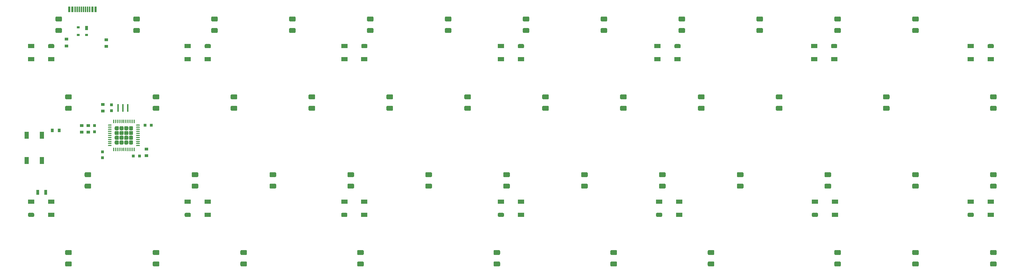
<source format=gbr>
%TF.GenerationSoftware,KiCad,Pcbnew,(5.1.11)-1*%
%TF.CreationDate,2022-08-16T19:25:20+07:00*%
%TF.ProjectId,Konpeko60,4b6f6e70-656b-46f3-9630-2e6b69636164,rev?*%
%TF.SameCoordinates,Original*%
%TF.FileFunction,Paste,Bot*%
%TF.FilePolarity,Positive*%
%FSLAX46Y46*%
G04 Gerber Fmt 4.6, Leading zero omitted, Abs format (unit mm)*
G04 Created by KiCad (PCBNEW (5.1.11)-1) date 2022-08-16 19:25:20*
%MOMM*%
%LPD*%
G01*
G04 APERTURE LIST*
%ADD10R,0.800000X0.950000*%
%ADD11R,0.700000X1.000000*%
%ADD12R,0.700000X0.600000*%
%ADD13R,0.600000X1.450000*%
%ADD14R,0.300000X1.450000*%
%ADD15R,0.950000X0.800000*%
%ADD16R,0.700000X1.300000*%
%ADD17R,1.100000X1.800000*%
%ADD18R,1.500000X1.000000*%
%ADD19R,0.400000X1.900000*%
%ADD20R,0.800000X0.750000*%
%ADD21R,0.750000X0.800000*%
G04 APERTURE END LIST*
D10*
%TO.C,R8*%
X53212500Y-73818750D03*
X51562500Y-73818750D03*
%TD*%
D11*
%TO.C,U2*%
X59896250Y-48730750D03*
D12*
X57896250Y-48530750D03*
X59896250Y-50430750D03*
X57896250Y-50430750D03*
%TD*%
D13*
%TO.C,USB1*%
X62121250Y-44175750D03*
X55671250Y-44175750D03*
X61346250Y-44175750D03*
X56446250Y-44175750D03*
D14*
X57146250Y-44175750D03*
X60646250Y-44175750D03*
X57646250Y-44175750D03*
X60146250Y-44175750D03*
X58146250Y-44175750D03*
X59646250Y-44175750D03*
X59146250Y-44175750D03*
X58646250Y-44175750D03*
%TD*%
D15*
%TO.C,R7*%
X64754125Y-51594250D03*
X64754125Y-53244250D03*
%TD*%
%TO.C,R6*%
X55038625Y-51467250D03*
X55038625Y-53117250D03*
%TD*%
D16*
%TO.C,R5*%
X49892625Y-88931750D03*
X47992625Y-88931750D03*
%TD*%
D15*
%TO.C,R2*%
X60350000Y-72575000D03*
X60350000Y-74225000D03*
%TD*%
%TO.C,R3*%
X58750000Y-74225000D03*
X58750000Y-72575000D03*
%TD*%
D17*
%TO.C,SW1*%
X45265625Y-74968750D03*
X48965625Y-81168750D03*
X48965625Y-74968750D03*
X45265625Y-81168750D03*
%TD*%
%TO.C,RGB17*%
G36*
G01*
X238806250Y-94218750D02*
X238806250Y-94718750D01*
G75*
G02*
X238556250Y-94968750I-250000J0D01*
G01*
X237556250Y-94968750D01*
G75*
G02*
X237306250Y-94718750I0J250000D01*
G01*
X237306250Y-94218750D01*
G75*
G02*
X237556250Y-93968750I250000J0D01*
G01*
X238556250Y-93968750D01*
G75*
G02*
X238806250Y-94218750I0J-250000D01*
G01*
G37*
D18*
X238056250Y-91268750D03*
X242956250Y-94468750D03*
X242956250Y-91268750D03*
%TD*%
%TO.C,RGB16*%
G36*
G01*
X276906250Y-94218750D02*
X276906250Y-94718750D01*
G75*
G02*
X276656250Y-94968750I-250000J0D01*
G01*
X275656250Y-94968750D01*
G75*
G02*
X275406250Y-94718750I0J250000D01*
G01*
X275406250Y-94218750D01*
G75*
G02*
X275656250Y-93968750I250000J0D01*
G01*
X276656250Y-93968750D01*
G75*
G02*
X276906250Y-94218750I0J-250000D01*
G01*
G37*
X276156250Y-91268750D03*
X281056250Y-94468750D03*
X281056250Y-91268750D03*
%TD*%
%TO.C,RGB15*%
G36*
G01*
X200706250Y-94218750D02*
X200706250Y-94718750D01*
G75*
G02*
X200456250Y-94968750I-250000J0D01*
G01*
X199456250Y-94968750D01*
G75*
G02*
X199206250Y-94718750I0J250000D01*
G01*
X199206250Y-94218750D01*
G75*
G02*
X199456250Y-93968750I250000J0D01*
G01*
X200456250Y-93968750D01*
G75*
G02*
X200706250Y-94218750I0J-250000D01*
G01*
G37*
X199956250Y-91268750D03*
X204856250Y-94468750D03*
X204856250Y-91268750D03*
%TD*%
%TO.C,RGB13*%
X166160625Y-91268750D03*
X166160625Y-94468750D03*
X161260625Y-91268750D03*
G36*
G01*
X162010625Y-94218750D02*
X162010625Y-94718750D01*
G75*
G02*
X161760625Y-94968750I-250000J0D01*
G01*
X160760625Y-94968750D01*
G75*
G02*
X160510625Y-94718750I0J250000D01*
G01*
X160510625Y-94218750D01*
G75*
G02*
X160760625Y-93968750I250000J0D01*
G01*
X161760625Y-93968750D01*
G75*
G02*
X162010625Y-94218750I0J-250000D01*
G01*
G37*
%TD*%
%TO.C,RGB12*%
G36*
G01*
X280305625Y-53418750D02*
X280305625Y-52918750D01*
G75*
G02*
X280555625Y-52668750I250000J0D01*
G01*
X281555625Y-52668750D01*
G75*
G02*
X281805625Y-52918750I0J-250000D01*
G01*
X281805625Y-53418750D01*
G75*
G02*
X281555625Y-53668750I-250000J0D01*
G01*
X280555625Y-53668750D01*
G75*
G02*
X280305625Y-53418750I0J250000D01*
G01*
G37*
X281055625Y-56368750D03*
X276155625Y-53168750D03*
X276155625Y-56368750D03*
%TD*%
%TO.C,RGB11*%
G36*
G01*
X123712292Y-94218750D02*
X123712292Y-94718750D01*
G75*
G02*
X123462292Y-94968750I-250000J0D01*
G01*
X122462292Y-94968750D01*
G75*
G02*
X122212292Y-94718750I0J250000D01*
G01*
X122212292Y-94218750D01*
G75*
G02*
X122462292Y-93968750I250000J0D01*
G01*
X123462292Y-93968750D01*
G75*
G02*
X123712292Y-94218750I0J-250000D01*
G01*
G37*
X122962292Y-91268750D03*
X127862292Y-94468750D03*
X127862292Y-91268750D03*
%TD*%
%TO.C,RGB10*%
G36*
G01*
X242007292Y-53418750D02*
X242007292Y-52918750D01*
G75*
G02*
X242257292Y-52668750I250000J0D01*
G01*
X243257292Y-52668750D01*
G75*
G02*
X243507292Y-52918750I0J-250000D01*
G01*
X243507292Y-53418750D01*
G75*
G02*
X243257292Y-53668750I-250000J0D01*
G01*
X242257292Y-53668750D01*
G75*
G02*
X242007292Y-53418750I0J250000D01*
G01*
G37*
X242757292Y-56368750D03*
X237857292Y-53168750D03*
X237857292Y-56368750D03*
%TD*%
%TO.C,RGB9*%
G36*
G01*
X85413958Y-94218750D02*
X85413958Y-94718750D01*
G75*
G02*
X85163958Y-94968750I-250000J0D01*
G01*
X84163958Y-94968750D01*
G75*
G02*
X83913958Y-94718750I0J250000D01*
G01*
X83913958Y-94218750D01*
G75*
G02*
X84163958Y-93968750I250000J0D01*
G01*
X85163958Y-93968750D01*
G75*
G02*
X85413958Y-94218750I0J-250000D01*
G01*
G37*
X84663958Y-91268750D03*
X89563958Y-94468750D03*
X89563958Y-91268750D03*
%TD*%
%TO.C,RGB8*%
G36*
G01*
X203708958Y-53418750D02*
X203708958Y-52918750D01*
G75*
G02*
X203958958Y-52668750I250000J0D01*
G01*
X204958958Y-52668750D01*
G75*
G02*
X205208958Y-52918750I0J-250000D01*
G01*
X205208958Y-53418750D01*
G75*
G02*
X204958958Y-53668750I-250000J0D01*
G01*
X203958958Y-53668750D01*
G75*
G02*
X203708958Y-53418750I0J250000D01*
G01*
G37*
X204458958Y-56368750D03*
X199558958Y-53168750D03*
X199558958Y-56368750D03*
%TD*%
%TO.C,RGB7*%
G36*
G01*
X47115625Y-94218750D02*
X47115625Y-94718750D01*
G75*
G02*
X46865625Y-94968750I-250000J0D01*
G01*
X45865625Y-94968750D01*
G75*
G02*
X45615625Y-94718750I0J250000D01*
G01*
X45615625Y-94218750D01*
G75*
G02*
X45865625Y-93968750I250000J0D01*
G01*
X46865625Y-93968750D01*
G75*
G02*
X47115625Y-94218750I0J-250000D01*
G01*
G37*
X46365625Y-91268750D03*
X51265625Y-94468750D03*
X51265625Y-91268750D03*
%TD*%
%TO.C,RGB6*%
G36*
G01*
X165410625Y-53418750D02*
X165410625Y-52918750D01*
G75*
G02*
X165660625Y-52668750I250000J0D01*
G01*
X166660625Y-52668750D01*
G75*
G02*
X166910625Y-52918750I0J-250000D01*
G01*
X166910625Y-53418750D01*
G75*
G02*
X166660625Y-53668750I-250000J0D01*
G01*
X165660625Y-53668750D01*
G75*
G02*
X165410625Y-53418750I0J250000D01*
G01*
G37*
X166160625Y-56368750D03*
X161260625Y-53168750D03*
X161260625Y-56368750D03*
%TD*%
%TO.C,RGB4*%
G36*
G01*
X127112292Y-53418750D02*
X127112292Y-52918750D01*
G75*
G02*
X127362292Y-52668750I250000J0D01*
G01*
X128362292Y-52668750D01*
G75*
G02*
X128612292Y-52918750I0J-250000D01*
G01*
X128612292Y-53418750D01*
G75*
G02*
X128362292Y-53668750I-250000J0D01*
G01*
X127362292Y-53668750D01*
G75*
G02*
X127112292Y-53418750I0J250000D01*
G01*
G37*
X127862292Y-56368750D03*
X122962292Y-53168750D03*
X122962292Y-56368750D03*
%TD*%
%TO.C,RGB2*%
G36*
G01*
X88813958Y-53418750D02*
X88813958Y-52918750D01*
G75*
G02*
X89063958Y-52668750I250000J0D01*
G01*
X90063958Y-52668750D01*
G75*
G02*
X90313958Y-52918750I0J-250000D01*
G01*
X90313958Y-53418750D01*
G75*
G02*
X90063958Y-53668750I-250000J0D01*
G01*
X89063958Y-53668750D01*
G75*
G02*
X88813958Y-53418750I0J250000D01*
G01*
G37*
X89563958Y-56368750D03*
X84663958Y-53168750D03*
X84663958Y-56368750D03*
%TD*%
%TO.C,RGB1*%
G36*
G01*
X50515625Y-53418750D02*
X50515625Y-52918750D01*
G75*
G02*
X50765625Y-52668750I250000J0D01*
G01*
X51765625Y-52668750D01*
G75*
G02*
X52015625Y-52918750I0J-250000D01*
G01*
X52015625Y-53418750D01*
G75*
G02*
X51765625Y-53668750I-250000J0D01*
G01*
X50765625Y-53668750D01*
G75*
G02*
X50515625Y-53418750I0J250000D01*
G01*
G37*
X51265625Y-56368750D03*
X46365625Y-53168750D03*
X46365625Y-56368750D03*
%TD*%
%TO.C,D48*%
G36*
G01*
X282265250Y-104284375D02*
X281145250Y-104284375D01*
G75*
G02*
X280905250Y-104044375I0J240000D01*
G01*
X280905250Y-103324375D01*
G75*
G02*
X281145250Y-103084375I240000J0D01*
G01*
X282265250Y-103084375D01*
G75*
G02*
X282505250Y-103324375I0J-240000D01*
G01*
X282505250Y-104044375D01*
G75*
G02*
X282265250Y-104284375I-240000J0D01*
G01*
G37*
G36*
G01*
X282265250Y-107084375D02*
X281145250Y-107084375D01*
G75*
G02*
X280905250Y-106844375I0J240000D01*
G01*
X280905250Y-106124375D01*
G75*
G02*
X281145250Y-105884375I240000J0D01*
G01*
X282265250Y-105884375D01*
G75*
G02*
X282505250Y-106124375I0J-240000D01*
G01*
X282505250Y-106844375D01*
G75*
G02*
X282265250Y-107084375I-240000J0D01*
G01*
G37*
%TD*%
%TO.C,D47*%
G36*
G01*
X282265250Y-85234375D02*
X281145250Y-85234375D01*
G75*
G02*
X280905250Y-84994375I0J240000D01*
G01*
X280905250Y-84274375D01*
G75*
G02*
X281145250Y-84034375I240000J0D01*
G01*
X282265250Y-84034375D01*
G75*
G02*
X282505250Y-84274375I0J-240000D01*
G01*
X282505250Y-84994375D01*
G75*
G02*
X282265250Y-85234375I-240000J0D01*
G01*
G37*
G36*
G01*
X282265250Y-88034375D02*
X281145250Y-88034375D01*
G75*
G02*
X280905250Y-87794375I0J240000D01*
G01*
X280905250Y-87074375D01*
G75*
G02*
X281145250Y-86834375I240000J0D01*
G01*
X282265250Y-86834375D01*
G75*
G02*
X282505250Y-87074375I0J-240000D01*
G01*
X282505250Y-87794375D01*
G75*
G02*
X282265250Y-88034375I-240000J0D01*
G01*
G37*
%TD*%
%TO.C,D46*%
G36*
G01*
X282265250Y-66184375D02*
X281145250Y-66184375D01*
G75*
G02*
X280905250Y-65944375I0J240000D01*
G01*
X280905250Y-65224375D01*
G75*
G02*
X281145250Y-64984375I240000J0D01*
G01*
X282265250Y-64984375D01*
G75*
G02*
X282505250Y-65224375I0J-240000D01*
G01*
X282505250Y-65944375D01*
G75*
G02*
X282265250Y-66184375I-240000J0D01*
G01*
G37*
G36*
G01*
X282265250Y-68984375D02*
X281145250Y-68984375D01*
G75*
G02*
X280905250Y-68744375I0J240000D01*
G01*
X280905250Y-68024375D01*
G75*
G02*
X281145250Y-67784375I240000J0D01*
G01*
X282265250Y-67784375D01*
G75*
G02*
X282505250Y-68024375I0J-240000D01*
G01*
X282505250Y-68744375D01*
G75*
G02*
X282265250Y-68984375I-240000J0D01*
G01*
G37*
%TD*%
%TO.C,D45*%
G36*
G01*
X263215250Y-47134375D02*
X262095250Y-47134375D01*
G75*
G02*
X261855250Y-46894375I0J240000D01*
G01*
X261855250Y-46174375D01*
G75*
G02*
X262095250Y-45934375I240000J0D01*
G01*
X263215250Y-45934375D01*
G75*
G02*
X263455250Y-46174375I0J-240000D01*
G01*
X263455250Y-46894375D01*
G75*
G02*
X263215250Y-47134375I-240000J0D01*
G01*
G37*
G36*
G01*
X263215250Y-49934375D02*
X262095250Y-49934375D01*
G75*
G02*
X261855250Y-49694375I0J240000D01*
G01*
X261855250Y-48974375D01*
G75*
G02*
X262095250Y-48734375I240000J0D01*
G01*
X263215250Y-48734375D01*
G75*
G02*
X263455250Y-48974375I0J-240000D01*
G01*
X263455250Y-49694375D01*
G75*
G02*
X263215250Y-49934375I-240000J0D01*
G01*
G37*
%TD*%
%TO.C,D44*%
G36*
G01*
X263215250Y-104284375D02*
X262095250Y-104284375D01*
G75*
G02*
X261855250Y-104044375I0J240000D01*
G01*
X261855250Y-103324375D01*
G75*
G02*
X262095250Y-103084375I240000J0D01*
G01*
X263215250Y-103084375D01*
G75*
G02*
X263455250Y-103324375I0J-240000D01*
G01*
X263455250Y-104044375D01*
G75*
G02*
X263215250Y-104284375I-240000J0D01*
G01*
G37*
G36*
G01*
X263215250Y-107084375D02*
X262095250Y-107084375D01*
G75*
G02*
X261855250Y-106844375I0J240000D01*
G01*
X261855250Y-106124375D01*
G75*
G02*
X262095250Y-105884375I240000J0D01*
G01*
X263215250Y-105884375D01*
G75*
G02*
X263455250Y-106124375I0J-240000D01*
G01*
X263455250Y-106844375D01*
G75*
G02*
X263215250Y-107084375I-240000J0D01*
G01*
G37*
%TD*%
%TO.C,D43*%
G36*
G01*
X263215250Y-85234375D02*
X262095250Y-85234375D01*
G75*
G02*
X261855250Y-84994375I0J240000D01*
G01*
X261855250Y-84274375D01*
G75*
G02*
X262095250Y-84034375I240000J0D01*
G01*
X263215250Y-84034375D01*
G75*
G02*
X263455250Y-84274375I0J-240000D01*
G01*
X263455250Y-84994375D01*
G75*
G02*
X263215250Y-85234375I-240000J0D01*
G01*
G37*
G36*
G01*
X263215250Y-88034375D02*
X262095250Y-88034375D01*
G75*
G02*
X261855250Y-87794375I0J240000D01*
G01*
X261855250Y-87074375D01*
G75*
G02*
X262095250Y-86834375I240000J0D01*
G01*
X263215250Y-86834375D01*
G75*
G02*
X263455250Y-87074375I0J-240000D01*
G01*
X263455250Y-87794375D01*
G75*
G02*
X263215250Y-88034375I-240000J0D01*
G01*
G37*
%TD*%
%TO.C,D42*%
G36*
G01*
X256071500Y-66184375D02*
X254951500Y-66184375D01*
G75*
G02*
X254711500Y-65944375I0J240000D01*
G01*
X254711500Y-65224375D01*
G75*
G02*
X254951500Y-64984375I240000J0D01*
G01*
X256071500Y-64984375D01*
G75*
G02*
X256311500Y-65224375I0J-240000D01*
G01*
X256311500Y-65944375D01*
G75*
G02*
X256071500Y-66184375I-240000J0D01*
G01*
G37*
G36*
G01*
X256071500Y-68984375D02*
X254951500Y-68984375D01*
G75*
G02*
X254711500Y-68744375I0J240000D01*
G01*
X254711500Y-68024375D01*
G75*
G02*
X254951500Y-67784375I240000J0D01*
G01*
X256071500Y-67784375D01*
G75*
G02*
X256311500Y-68024375I0J-240000D01*
G01*
X256311500Y-68744375D01*
G75*
G02*
X256071500Y-68984375I-240000J0D01*
G01*
G37*
%TD*%
%TO.C,D41*%
G36*
G01*
X244165250Y-47134375D02*
X243045250Y-47134375D01*
G75*
G02*
X242805250Y-46894375I0J240000D01*
G01*
X242805250Y-46174375D01*
G75*
G02*
X243045250Y-45934375I240000J0D01*
G01*
X244165250Y-45934375D01*
G75*
G02*
X244405250Y-46174375I0J-240000D01*
G01*
X244405250Y-46894375D01*
G75*
G02*
X244165250Y-47134375I-240000J0D01*
G01*
G37*
G36*
G01*
X244165250Y-49934375D02*
X243045250Y-49934375D01*
G75*
G02*
X242805250Y-49694375I0J240000D01*
G01*
X242805250Y-48974375D01*
G75*
G02*
X243045250Y-48734375I240000J0D01*
G01*
X244165250Y-48734375D01*
G75*
G02*
X244405250Y-48974375I0J-240000D01*
G01*
X244405250Y-49694375D01*
G75*
G02*
X244165250Y-49934375I-240000J0D01*
G01*
G37*
%TD*%
%TO.C,D40*%
G36*
G01*
X244165250Y-104284375D02*
X243045250Y-104284375D01*
G75*
G02*
X242805250Y-104044375I0J240000D01*
G01*
X242805250Y-103324375D01*
G75*
G02*
X243045250Y-103084375I240000J0D01*
G01*
X244165250Y-103084375D01*
G75*
G02*
X244405250Y-103324375I0J-240000D01*
G01*
X244405250Y-104044375D01*
G75*
G02*
X244165250Y-104284375I-240000J0D01*
G01*
G37*
G36*
G01*
X244165250Y-107084375D02*
X243045250Y-107084375D01*
G75*
G02*
X242805250Y-106844375I0J240000D01*
G01*
X242805250Y-106124375D01*
G75*
G02*
X243045250Y-105884375I240000J0D01*
G01*
X244165250Y-105884375D01*
G75*
G02*
X244405250Y-106124375I0J-240000D01*
G01*
X244405250Y-106844375D01*
G75*
G02*
X244165250Y-107084375I-240000J0D01*
G01*
G37*
%TD*%
%TO.C,D39*%
G36*
G01*
X241784000Y-85234375D02*
X240664000Y-85234375D01*
G75*
G02*
X240424000Y-84994375I0J240000D01*
G01*
X240424000Y-84274375D01*
G75*
G02*
X240664000Y-84034375I240000J0D01*
G01*
X241784000Y-84034375D01*
G75*
G02*
X242024000Y-84274375I0J-240000D01*
G01*
X242024000Y-84994375D01*
G75*
G02*
X241784000Y-85234375I-240000J0D01*
G01*
G37*
G36*
G01*
X241784000Y-88034375D02*
X240664000Y-88034375D01*
G75*
G02*
X240424000Y-87794375I0J240000D01*
G01*
X240424000Y-87074375D01*
G75*
G02*
X240664000Y-86834375I240000J0D01*
G01*
X241784000Y-86834375D01*
G75*
G02*
X242024000Y-87074375I0J-240000D01*
G01*
X242024000Y-87794375D01*
G75*
G02*
X241784000Y-88034375I-240000J0D01*
G01*
G37*
%TD*%
%TO.C,D38*%
G36*
G01*
X229877750Y-66184375D02*
X228757750Y-66184375D01*
G75*
G02*
X228517750Y-65944375I0J240000D01*
G01*
X228517750Y-65224375D01*
G75*
G02*
X228757750Y-64984375I240000J0D01*
G01*
X229877750Y-64984375D01*
G75*
G02*
X230117750Y-65224375I0J-240000D01*
G01*
X230117750Y-65944375D01*
G75*
G02*
X229877750Y-66184375I-240000J0D01*
G01*
G37*
G36*
G01*
X229877750Y-68984375D02*
X228757750Y-68984375D01*
G75*
G02*
X228517750Y-68744375I0J240000D01*
G01*
X228517750Y-68024375D01*
G75*
G02*
X228757750Y-67784375I240000J0D01*
G01*
X229877750Y-67784375D01*
G75*
G02*
X230117750Y-68024375I0J-240000D01*
G01*
X230117750Y-68744375D01*
G75*
G02*
X229877750Y-68984375I-240000J0D01*
G01*
G37*
%TD*%
%TO.C,D37*%
G36*
G01*
X225115250Y-47134375D02*
X223995250Y-47134375D01*
G75*
G02*
X223755250Y-46894375I0J240000D01*
G01*
X223755250Y-46174375D01*
G75*
G02*
X223995250Y-45934375I240000J0D01*
G01*
X225115250Y-45934375D01*
G75*
G02*
X225355250Y-46174375I0J-240000D01*
G01*
X225355250Y-46894375D01*
G75*
G02*
X225115250Y-47134375I-240000J0D01*
G01*
G37*
G36*
G01*
X225115250Y-49934375D02*
X223995250Y-49934375D01*
G75*
G02*
X223755250Y-49694375I0J240000D01*
G01*
X223755250Y-48974375D01*
G75*
G02*
X223995250Y-48734375I240000J0D01*
G01*
X225115250Y-48734375D01*
G75*
G02*
X225355250Y-48974375I0J-240000D01*
G01*
X225355250Y-49694375D01*
G75*
G02*
X225115250Y-49934375I-240000J0D01*
G01*
G37*
%TD*%
%TO.C,D35*%
G36*
G01*
X220352750Y-85234375D02*
X219232750Y-85234375D01*
G75*
G02*
X218992750Y-84994375I0J240000D01*
G01*
X218992750Y-84274375D01*
G75*
G02*
X219232750Y-84034375I240000J0D01*
G01*
X220352750Y-84034375D01*
G75*
G02*
X220592750Y-84274375I0J-240000D01*
G01*
X220592750Y-84994375D01*
G75*
G02*
X220352750Y-85234375I-240000J0D01*
G01*
G37*
G36*
G01*
X220352750Y-88034375D02*
X219232750Y-88034375D01*
G75*
G02*
X218992750Y-87794375I0J240000D01*
G01*
X218992750Y-87074375D01*
G75*
G02*
X219232750Y-86834375I240000J0D01*
G01*
X220352750Y-86834375D01*
G75*
G02*
X220592750Y-87074375I0J-240000D01*
G01*
X220592750Y-87794375D01*
G75*
G02*
X220352750Y-88034375I-240000J0D01*
G01*
G37*
%TD*%
%TO.C,D34*%
G36*
G01*
X210827750Y-66184375D02*
X209707750Y-66184375D01*
G75*
G02*
X209467750Y-65944375I0J240000D01*
G01*
X209467750Y-65224375D01*
G75*
G02*
X209707750Y-64984375I240000J0D01*
G01*
X210827750Y-64984375D01*
G75*
G02*
X211067750Y-65224375I0J-240000D01*
G01*
X211067750Y-65944375D01*
G75*
G02*
X210827750Y-66184375I-240000J0D01*
G01*
G37*
G36*
G01*
X210827750Y-68984375D02*
X209707750Y-68984375D01*
G75*
G02*
X209467750Y-68744375I0J240000D01*
G01*
X209467750Y-68024375D01*
G75*
G02*
X209707750Y-67784375I240000J0D01*
G01*
X210827750Y-67784375D01*
G75*
G02*
X211067750Y-68024375I0J-240000D01*
G01*
X211067750Y-68744375D01*
G75*
G02*
X210827750Y-68984375I-240000J0D01*
G01*
G37*
%TD*%
%TO.C,D33*%
G36*
G01*
X206065250Y-47134375D02*
X204945250Y-47134375D01*
G75*
G02*
X204705250Y-46894375I0J240000D01*
G01*
X204705250Y-46174375D01*
G75*
G02*
X204945250Y-45934375I240000J0D01*
G01*
X206065250Y-45934375D01*
G75*
G02*
X206305250Y-46174375I0J-240000D01*
G01*
X206305250Y-46894375D01*
G75*
G02*
X206065250Y-47134375I-240000J0D01*
G01*
G37*
G36*
G01*
X206065250Y-49934375D02*
X204945250Y-49934375D01*
G75*
G02*
X204705250Y-49694375I0J240000D01*
G01*
X204705250Y-48974375D01*
G75*
G02*
X204945250Y-48734375I240000J0D01*
G01*
X206065250Y-48734375D01*
G75*
G02*
X206305250Y-48974375I0J-240000D01*
G01*
X206305250Y-49694375D01*
G75*
G02*
X206065250Y-49934375I-240000J0D01*
G01*
G37*
%TD*%
%TO.C,D32*%
G36*
G01*
X213209000Y-104284375D02*
X212089000Y-104284375D01*
G75*
G02*
X211849000Y-104044375I0J240000D01*
G01*
X211849000Y-103324375D01*
G75*
G02*
X212089000Y-103084375I240000J0D01*
G01*
X213209000Y-103084375D01*
G75*
G02*
X213449000Y-103324375I0J-240000D01*
G01*
X213449000Y-104044375D01*
G75*
G02*
X213209000Y-104284375I-240000J0D01*
G01*
G37*
G36*
G01*
X213209000Y-107084375D02*
X212089000Y-107084375D01*
G75*
G02*
X211849000Y-106844375I0J240000D01*
G01*
X211849000Y-106124375D01*
G75*
G02*
X212089000Y-105884375I240000J0D01*
G01*
X213209000Y-105884375D01*
G75*
G02*
X213449000Y-106124375I0J-240000D01*
G01*
X213449000Y-106844375D01*
G75*
G02*
X213209000Y-107084375I-240000J0D01*
G01*
G37*
%TD*%
%TO.C,D31*%
G36*
G01*
X201302750Y-85234375D02*
X200182750Y-85234375D01*
G75*
G02*
X199942750Y-84994375I0J240000D01*
G01*
X199942750Y-84274375D01*
G75*
G02*
X200182750Y-84034375I240000J0D01*
G01*
X201302750Y-84034375D01*
G75*
G02*
X201542750Y-84274375I0J-240000D01*
G01*
X201542750Y-84994375D01*
G75*
G02*
X201302750Y-85234375I-240000J0D01*
G01*
G37*
G36*
G01*
X201302750Y-88034375D02*
X200182750Y-88034375D01*
G75*
G02*
X199942750Y-87794375I0J240000D01*
G01*
X199942750Y-87074375D01*
G75*
G02*
X200182750Y-86834375I240000J0D01*
G01*
X201302750Y-86834375D01*
G75*
G02*
X201542750Y-87074375I0J-240000D01*
G01*
X201542750Y-87794375D01*
G75*
G02*
X201302750Y-88034375I-240000J0D01*
G01*
G37*
%TD*%
%TO.C,D30*%
G36*
G01*
X191777750Y-66184375D02*
X190657750Y-66184375D01*
G75*
G02*
X190417750Y-65944375I0J240000D01*
G01*
X190417750Y-65224375D01*
G75*
G02*
X190657750Y-64984375I240000J0D01*
G01*
X191777750Y-64984375D01*
G75*
G02*
X192017750Y-65224375I0J-240000D01*
G01*
X192017750Y-65944375D01*
G75*
G02*
X191777750Y-66184375I-240000J0D01*
G01*
G37*
G36*
G01*
X191777750Y-68984375D02*
X190657750Y-68984375D01*
G75*
G02*
X190417750Y-68744375I0J240000D01*
G01*
X190417750Y-68024375D01*
G75*
G02*
X190657750Y-67784375I240000J0D01*
G01*
X191777750Y-67784375D01*
G75*
G02*
X192017750Y-68024375I0J-240000D01*
G01*
X192017750Y-68744375D01*
G75*
G02*
X191777750Y-68984375I-240000J0D01*
G01*
G37*
%TD*%
%TO.C,D29*%
G36*
G01*
X187015250Y-47134375D02*
X185895250Y-47134375D01*
G75*
G02*
X185655250Y-46894375I0J240000D01*
G01*
X185655250Y-46174375D01*
G75*
G02*
X185895250Y-45934375I240000J0D01*
G01*
X187015250Y-45934375D01*
G75*
G02*
X187255250Y-46174375I0J-240000D01*
G01*
X187255250Y-46894375D01*
G75*
G02*
X187015250Y-47134375I-240000J0D01*
G01*
G37*
G36*
G01*
X187015250Y-49934375D02*
X185895250Y-49934375D01*
G75*
G02*
X185655250Y-49694375I0J240000D01*
G01*
X185655250Y-48974375D01*
G75*
G02*
X185895250Y-48734375I240000J0D01*
G01*
X187015250Y-48734375D01*
G75*
G02*
X187255250Y-48974375I0J-240000D01*
G01*
X187255250Y-49694375D01*
G75*
G02*
X187015250Y-49934375I-240000J0D01*
G01*
G37*
%TD*%
%TO.C,D28*%
G36*
G01*
X189396500Y-104284375D02*
X188276500Y-104284375D01*
G75*
G02*
X188036500Y-104044375I0J240000D01*
G01*
X188036500Y-103324375D01*
G75*
G02*
X188276500Y-103084375I240000J0D01*
G01*
X189396500Y-103084375D01*
G75*
G02*
X189636500Y-103324375I0J-240000D01*
G01*
X189636500Y-104044375D01*
G75*
G02*
X189396500Y-104284375I-240000J0D01*
G01*
G37*
G36*
G01*
X189396500Y-107084375D02*
X188276500Y-107084375D01*
G75*
G02*
X188036500Y-106844375I0J240000D01*
G01*
X188036500Y-106124375D01*
G75*
G02*
X188276500Y-105884375I240000J0D01*
G01*
X189396500Y-105884375D01*
G75*
G02*
X189636500Y-106124375I0J-240000D01*
G01*
X189636500Y-106844375D01*
G75*
G02*
X189396500Y-107084375I-240000J0D01*
G01*
G37*
%TD*%
%TO.C,D27*%
G36*
G01*
X182252750Y-85234375D02*
X181132750Y-85234375D01*
G75*
G02*
X180892750Y-84994375I0J240000D01*
G01*
X180892750Y-84274375D01*
G75*
G02*
X181132750Y-84034375I240000J0D01*
G01*
X182252750Y-84034375D01*
G75*
G02*
X182492750Y-84274375I0J-240000D01*
G01*
X182492750Y-84994375D01*
G75*
G02*
X182252750Y-85234375I-240000J0D01*
G01*
G37*
G36*
G01*
X182252750Y-88034375D02*
X181132750Y-88034375D01*
G75*
G02*
X180892750Y-87794375I0J240000D01*
G01*
X180892750Y-87074375D01*
G75*
G02*
X181132750Y-86834375I240000J0D01*
G01*
X182252750Y-86834375D01*
G75*
G02*
X182492750Y-87074375I0J-240000D01*
G01*
X182492750Y-87794375D01*
G75*
G02*
X182252750Y-88034375I-240000J0D01*
G01*
G37*
%TD*%
%TO.C,D26*%
G36*
G01*
X172727750Y-66184375D02*
X171607750Y-66184375D01*
G75*
G02*
X171367750Y-65944375I0J240000D01*
G01*
X171367750Y-65224375D01*
G75*
G02*
X171607750Y-64984375I240000J0D01*
G01*
X172727750Y-64984375D01*
G75*
G02*
X172967750Y-65224375I0J-240000D01*
G01*
X172967750Y-65944375D01*
G75*
G02*
X172727750Y-66184375I-240000J0D01*
G01*
G37*
G36*
G01*
X172727750Y-68984375D02*
X171607750Y-68984375D01*
G75*
G02*
X171367750Y-68744375I0J240000D01*
G01*
X171367750Y-68024375D01*
G75*
G02*
X171607750Y-67784375I240000J0D01*
G01*
X172727750Y-67784375D01*
G75*
G02*
X172967750Y-68024375I0J-240000D01*
G01*
X172967750Y-68744375D01*
G75*
G02*
X172727750Y-68984375I-240000J0D01*
G01*
G37*
%TD*%
%TO.C,D25*%
G36*
G01*
X167965250Y-47134375D02*
X166845250Y-47134375D01*
G75*
G02*
X166605250Y-46894375I0J240000D01*
G01*
X166605250Y-46174375D01*
G75*
G02*
X166845250Y-45934375I240000J0D01*
G01*
X167965250Y-45934375D01*
G75*
G02*
X168205250Y-46174375I0J-240000D01*
G01*
X168205250Y-46894375D01*
G75*
G02*
X167965250Y-47134375I-240000J0D01*
G01*
G37*
G36*
G01*
X167965250Y-49934375D02*
X166845250Y-49934375D01*
G75*
G02*
X166605250Y-49694375I0J240000D01*
G01*
X166605250Y-48974375D01*
G75*
G02*
X166845250Y-48734375I240000J0D01*
G01*
X167965250Y-48734375D01*
G75*
G02*
X168205250Y-48974375I0J-240000D01*
G01*
X168205250Y-49694375D01*
G75*
G02*
X167965250Y-49934375I-240000J0D01*
G01*
G37*
%TD*%
%TO.C,D24*%
G36*
G01*
X160821500Y-104284375D02*
X159701500Y-104284375D01*
G75*
G02*
X159461500Y-104044375I0J240000D01*
G01*
X159461500Y-103324375D01*
G75*
G02*
X159701500Y-103084375I240000J0D01*
G01*
X160821500Y-103084375D01*
G75*
G02*
X161061500Y-103324375I0J-240000D01*
G01*
X161061500Y-104044375D01*
G75*
G02*
X160821500Y-104284375I-240000J0D01*
G01*
G37*
G36*
G01*
X160821500Y-107084375D02*
X159701500Y-107084375D01*
G75*
G02*
X159461500Y-106844375I0J240000D01*
G01*
X159461500Y-106124375D01*
G75*
G02*
X159701500Y-105884375I240000J0D01*
G01*
X160821500Y-105884375D01*
G75*
G02*
X161061500Y-106124375I0J-240000D01*
G01*
X161061500Y-106844375D01*
G75*
G02*
X160821500Y-107084375I-240000J0D01*
G01*
G37*
%TD*%
%TO.C,D23*%
G36*
G01*
X163202750Y-85234375D02*
X162082750Y-85234375D01*
G75*
G02*
X161842750Y-84994375I0J240000D01*
G01*
X161842750Y-84274375D01*
G75*
G02*
X162082750Y-84034375I240000J0D01*
G01*
X163202750Y-84034375D01*
G75*
G02*
X163442750Y-84274375I0J-240000D01*
G01*
X163442750Y-84994375D01*
G75*
G02*
X163202750Y-85234375I-240000J0D01*
G01*
G37*
G36*
G01*
X163202750Y-88034375D02*
X162082750Y-88034375D01*
G75*
G02*
X161842750Y-87794375I0J240000D01*
G01*
X161842750Y-87074375D01*
G75*
G02*
X162082750Y-86834375I240000J0D01*
G01*
X163202750Y-86834375D01*
G75*
G02*
X163442750Y-87074375I0J-240000D01*
G01*
X163442750Y-87794375D01*
G75*
G02*
X163202750Y-88034375I-240000J0D01*
G01*
G37*
%TD*%
%TO.C,D22*%
G36*
G01*
X153677750Y-66184375D02*
X152557750Y-66184375D01*
G75*
G02*
X152317750Y-65944375I0J240000D01*
G01*
X152317750Y-65224375D01*
G75*
G02*
X152557750Y-64984375I240000J0D01*
G01*
X153677750Y-64984375D01*
G75*
G02*
X153917750Y-65224375I0J-240000D01*
G01*
X153917750Y-65944375D01*
G75*
G02*
X153677750Y-66184375I-240000J0D01*
G01*
G37*
G36*
G01*
X153677750Y-68984375D02*
X152557750Y-68984375D01*
G75*
G02*
X152317750Y-68744375I0J240000D01*
G01*
X152317750Y-68024375D01*
G75*
G02*
X152557750Y-67784375I240000J0D01*
G01*
X153677750Y-67784375D01*
G75*
G02*
X153917750Y-68024375I0J-240000D01*
G01*
X153917750Y-68744375D01*
G75*
G02*
X153677750Y-68984375I-240000J0D01*
G01*
G37*
%TD*%
%TO.C,D21*%
G36*
G01*
X148915250Y-47134375D02*
X147795250Y-47134375D01*
G75*
G02*
X147555250Y-46894375I0J240000D01*
G01*
X147555250Y-46174375D01*
G75*
G02*
X147795250Y-45934375I240000J0D01*
G01*
X148915250Y-45934375D01*
G75*
G02*
X149155250Y-46174375I0J-240000D01*
G01*
X149155250Y-46894375D01*
G75*
G02*
X148915250Y-47134375I-240000J0D01*
G01*
G37*
G36*
G01*
X148915250Y-49934375D02*
X147795250Y-49934375D01*
G75*
G02*
X147555250Y-49694375I0J240000D01*
G01*
X147555250Y-48974375D01*
G75*
G02*
X147795250Y-48734375I240000J0D01*
G01*
X148915250Y-48734375D01*
G75*
G02*
X149155250Y-48974375I0J-240000D01*
G01*
X149155250Y-49694375D01*
G75*
G02*
X148915250Y-49934375I-240000J0D01*
G01*
G37*
%TD*%
%TO.C,D20*%
G36*
G01*
X127484000Y-104284375D02*
X126364000Y-104284375D01*
G75*
G02*
X126124000Y-104044375I0J240000D01*
G01*
X126124000Y-103324375D01*
G75*
G02*
X126364000Y-103084375I240000J0D01*
G01*
X127484000Y-103084375D01*
G75*
G02*
X127724000Y-103324375I0J-240000D01*
G01*
X127724000Y-104044375D01*
G75*
G02*
X127484000Y-104284375I-240000J0D01*
G01*
G37*
G36*
G01*
X127484000Y-107084375D02*
X126364000Y-107084375D01*
G75*
G02*
X126124000Y-106844375I0J240000D01*
G01*
X126124000Y-106124375D01*
G75*
G02*
X126364000Y-105884375I240000J0D01*
G01*
X127484000Y-105884375D01*
G75*
G02*
X127724000Y-106124375I0J-240000D01*
G01*
X127724000Y-106844375D01*
G75*
G02*
X127484000Y-107084375I-240000J0D01*
G01*
G37*
%TD*%
%TO.C,D19*%
G36*
G01*
X144152750Y-85234375D02*
X143032750Y-85234375D01*
G75*
G02*
X142792750Y-84994375I0J240000D01*
G01*
X142792750Y-84274375D01*
G75*
G02*
X143032750Y-84034375I240000J0D01*
G01*
X144152750Y-84034375D01*
G75*
G02*
X144392750Y-84274375I0J-240000D01*
G01*
X144392750Y-84994375D01*
G75*
G02*
X144152750Y-85234375I-240000J0D01*
G01*
G37*
G36*
G01*
X144152750Y-88034375D02*
X143032750Y-88034375D01*
G75*
G02*
X142792750Y-87794375I0J240000D01*
G01*
X142792750Y-87074375D01*
G75*
G02*
X143032750Y-86834375I240000J0D01*
G01*
X144152750Y-86834375D01*
G75*
G02*
X144392750Y-87074375I0J-240000D01*
G01*
X144392750Y-87794375D01*
G75*
G02*
X144152750Y-88034375I-240000J0D01*
G01*
G37*
%TD*%
%TO.C,D18*%
G36*
G01*
X134627750Y-66184375D02*
X133507750Y-66184375D01*
G75*
G02*
X133267750Y-65944375I0J240000D01*
G01*
X133267750Y-65224375D01*
G75*
G02*
X133507750Y-64984375I240000J0D01*
G01*
X134627750Y-64984375D01*
G75*
G02*
X134867750Y-65224375I0J-240000D01*
G01*
X134867750Y-65944375D01*
G75*
G02*
X134627750Y-66184375I-240000J0D01*
G01*
G37*
G36*
G01*
X134627750Y-68984375D02*
X133507750Y-68984375D01*
G75*
G02*
X133267750Y-68744375I0J240000D01*
G01*
X133267750Y-68024375D01*
G75*
G02*
X133507750Y-67784375I240000J0D01*
G01*
X134627750Y-67784375D01*
G75*
G02*
X134867750Y-68024375I0J-240000D01*
G01*
X134867750Y-68744375D01*
G75*
G02*
X134627750Y-68984375I-240000J0D01*
G01*
G37*
%TD*%
%TO.C,D17*%
G36*
G01*
X129865250Y-47134375D02*
X128745250Y-47134375D01*
G75*
G02*
X128505250Y-46894375I0J240000D01*
G01*
X128505250Y-46174375D01*
G75*
G02*
X128745250Y-45934375I240000J0D01*
G01*
X129865250Y-45934375D01*
G75*
G02*
X130105250Y-46174375I0J-240000D01*
G01*
X130105250Y-46894375D01*
G75*
G02*
X129865250Y-47134375I-240000J0D01*
G01*
G37*
G36*
G01*
X129865250Y-49934375D02*
X128745250Y-49934375D01*
G75*
G02*
X128505250Y-49694375I0J240000D01*
G01*
X128505250Y-48974375D01*
G75*
G02*
X128745250Y-48734375I240000J0D01*
G01*
X129865250Y-48734375D01*
G75*
G02*
X130105250Y-48974375I0J-240000D01*
G01*
X130105250Y-49694375D01*
G75*
G02*
X129865250Y-49934375I-240000J0D01*
G01*
G37*
%TD*%
%TO.C,D15*%
G36*
G01*
X125102750Y-85234375D02*
X123982750Y-85234375D01*
G75*
G02*
X123742750Y-84994375I0J240000D01*
G01*
X123742750Y-84274375D01*
G75*
G02*
X123982750Y-84034375I240000J0D01*
G01*
X125102750Y-84034375D01*
G75*
G02*
X125342750Y-84274375I0J-240000D01*
G01*
X125342750Y-84994375D01*
G75*
G02*
X125102750Y-85234375I-240000J0D01*
G01*
G37*
G36*
G01*
X125102750Y-88034375D02*
X123982750Y-88034375D01*
G75*
G02*
X123742750Y-87794375I0J240000D01*
G01*
X123742750Y-87074375D01*
G75*
G02*
X123982750Y-86834375I240000J0D01*
G01*
X125102750Y-86834375D01*
G75*
G02*
X125342750Y-87074375I0J-240000D01*
G01*
X125342750Y-87794375D01*
G75*
G02*
X125102750Y-88034375I-240000J0D01*
G01*
G37*
%TD*%
%TO.C,D14*%
G36*
G01*
X115577750Y-66184375D02*
X114457750Y-66184375D01*
G75*
G02*
X114217750Y-65944375I0J240000D01*
G01*
X114217750Y-65224375D01*
G75*
G02*
X114457750Y-64984375I240000J0D01*
G01*
X115577750Y-64984375D01*
G75*
G02*
X115817750Y-65224375I0J-240000D01*
G01*
X115817750Y-65944375D01*
G75*
G02*
X115577750Y-66184375I-240000J0D01*
G01*
G37*
G36*
G01*
X115577750Y-68984375D02*
X114457750Y-68984375D01*
G75*
G02*
X114217750Y-68744375I0J240000D01*
G01*
X114217750Y-68024375D01*
G75*
G02*
X114457750Y-67784375I240000J0D01*
G01*
X115577750Y-67784375D01*
G75*
G02*
X115817750Y-68024375I0J-240000D01*
G01*
X115817750Y-68744375D01*
G75*
G02*
X115577750Y-68984375I-240000J0D01*
G01*
G37*
%TD*%
%TO.C,D13*%
G36*
G01*
X110815250Y-47134375D02*
X109695250Y-47134375D01*
G75*
G02*
X109455250Y-46894375I0J240000D01*
G01*
X109455250Y-46174375D01*
G75*
G02*
X109695250Y-45934375I240000J0D01*
G01*
X110815250Y-45934375D01*
G75*
G02*
X111055250Y-46174375I0J-240000D01*
G01*
X111055250Y-46894375D01*
G75*
G02*
X110815250Y-47134375I-240000J0D01*
G01*
G37*
G36*
G01*
X110815250Y-49934375D02*
X109695250Y-49934375D01*
G75*
G02*
X109455250Y-49694375I0J240000D01*
G01*
X109455250Y-48974375D01*
G75*
G02*
X109695250Y-48734375I240000J0D01*
G01*
X110815250Y-48734375D01*
G75*
G02*
X111055250Y-48974375I0J-240000D01*
G01*
X111055250Y-49694375D01*
G75*
G02*
X110815250Y-49934375I-240000J0D01*
G01*
G37*
%TD*%
%TO.C,D12*%
G36*
G01*
X98909000Y-104284375D02*
X97789000Y-104284375D01*
G75*
G02*
X97549000Y-104044375I0J240000D01*
G01*
X97549000Y-103324375D01*
G75*
G02*
X97789000Y-103084375I240000J0D01*
G01*
X98909000Y-103084375D01*
G75*
G02*
X99149000Y-103324375I0J-240000D01*
G01*
X99149000Y-104044375D01*
G75*
G02*
X98909000Y-104284375I-240000J0D01*
G01*
G37*
G36*
G01*
X98909000Y-107084375D02*
X97789000Y-107084375D01*
G75*
G02*
X97549000Y-106844375I0J240000D01*
G01*
X97549000Y-106124375D01*
G75*
G02*
X97789000Y-105884375I240000J0D01*
G01*
X98909000Y-105884375D01*
G75*
G02*
X99149000Y-106124375I0J-240000D01*
G01*
X99149000Y-106844375D01*
G75*
G02*
X98909000Y-107084375I-240000J0D01*
G01*
G37*
%TD*%
%TO.C,D11*%
G36*
G01*
X106052750Y-85234375D02*
X104932750Y-85234375D01*
G75*
G02*
X104692750Y-84994375I0J240000D01*
G01*
X104692750Y-84274375D01*
G75*
G02*
X104932750Y-84034375I240000J0D01*
G01*
X106052750Y-84034375D01*
G75*
G02*
X106292750Y-84274375I0J-240000D01*
G01*
X106292750Y-84994375D01*
G75*
G02*
X106052750Y-85234375I-240000J0D01*
G01*
G37*
G36*
G01*
X106052750Y-88034375D02*
X104932750Y-88034375D01*
G75*
G02*
X104692750Y-87794375I0J240000D01*
G01*
X104692750Y-87074375D01*
G75*
G02*
X104932750Y-86834375I240000J0D01*
G01*
X106052750Y-86834375D01*
G75*
G02*
X106292750Y-87074375I0J-240000D01*
G01*
X106292750Y-87794375D01*
G75*
G02*
X106052750Y-88034375I-240000J0D01*
G01*
G37*
%TD*%
%TO.C,D10*%
G36*
G01*
X96527750Y-66184375D02*
X95407750Y-66184375D01*
G75*
G02*
X95167750Y-65944375I0J240000D01*
G01*
X95167750Y-65224375D01*
G75*
G02*
X95407750Y-64984375I240000J0D01*
G01*
X96527750Y-64984375D01*
G75*
G02*
X96767750Y-65224375I0J-240000D01*
G01*
X96767750Y-65944375D01*
G75*
G02*
X96527750Y-66184375I-240000J0D01*
G01*
G37*
G36*
G01*
X96527750Y-68984375D02*
X95407750Y-68984375D01*
G75*
G02*
X95167750Y-68744375I0J240000D01*
G01*
X95167750Y-68024375D01*
G75*
G02*
X95407750Y-67784375I240000J0D01*
G01*
X96527750Y-67784375D01*
G75*
G02*
X96767750Y-68024375I0J-240000D01*
G01*
X96767750Y-68744375D01*
G75*
G02*
X96527750Y-68984375I-240000J0D01*
G01*
G37*
%TD*%
%TO.C,D9*%
G36*
G01*
X91765250Y-47134375D02*
X90645250Y-47134375D01*
G75*
G02*
X90405250Y-46894375I0J240000D01*
G01*
X90405250Y-46174375D01*
G75*
G02*
X90645250Y-45934375I240000J0D01*
G01*
X91765250Y-45934375D01*
G75*
G02*
X92005250Y-46174375I0J-240000D01*
G01*
X92005250Y-46894375D01*
G75*
G02*
X91765250Y-47134375I-240000J0D01*
G01*
G37*
G36*
G01*
X91765250Y-49934375D02*
X90645250Y-49934375D01*
G75*
G02*
X90405250Y-49694375I0J240000D01*
G01*
X90405250Y-48974375D01*
G75*
G02*
X90645250Y-48734375I240000J0D01*
G01*
X91765250Y-48734375D01*
G75*
G02*
X92005250Y-48974375I0J-240000D01*
G01*
X92005250Y-49694375D01*
G75*
G02*
X91765250Y-49934375I-240000J0D01*
G01*
G37*
%TD*%
%TO.C,D8*%
G36*
G01*
X77477750Y-104284375D02*
X76357750Y-104284375D01*
G75*
G02*
X76117750Y-104044375I0J240000D01*
G01*
X76117750Y-103324375D01*
G75*
G02*
X76357750Y-103084375I240000J0D01*
G01*
X77477750Y-103084375D01*
G75*
G02*
X77717750Y-103324375I0J-240000D01*
G01*
X77717750Y-104044375D01*
G75*
G02*
X77477750Y-104284375I-240000J0D01*
G01*
G37*
G36*
G01*
X77477750Y-107084375D02*
X76357750Y-107084375D01*
G75*
G02*
X76117750Y-106844375I0J240000D01*
G01*
X76117750Y-106124375D01*
G75*
G02*
X76357750Y-105884375I240000J0D01*
G01*
X77477750Y-105884375D01*
G75*
G02*
X77717750Y-106124375I0J-240000D01*
G01*
X77717750Y-106844375D01*
G75*
G02*
X77477750Y-107084375I-240000J0D01*
G01*
G37*
%TD*%
%TO.C,D7*%
G36*
G01*
X87002750Y-85234375D02*
X85882750Y-85234375D01*
G75*
G02*
X85642750Y-84994375I0J240000D01*
G01*
X85642750Y-84274375D01*
G75*
G02*
X85882750Y-84034375I240000J0D01*
G01*
X87002750Y-84034375D01*
G75*
G02*
X87242750Y-84274375I0J-240000D01*
G01*
X87242750Y-84994375D01*
G75*
G02*
X87002750Y-85234375I-240000J0D01*
G01*
G37*
G36*
G01*
X87002750Y-88034375D02*
X85882750Y-88034375D01*
G75*
G02*
X85642750Y-87794375I0J240000D01*
G01*
X85642750Y-87074375D01*
G75*
G02*
X85882750Y-86834375I240000J0D01*
G01*
X87002750Y-86834375D01*
G75*
G02*
X87242750Y-87074375I0J-240000D01*
G01*
X87242750Y-87794375D01*
G75*
G02*
X87002750Y-88034375I-240000J0D01*
G01*
G37*
%TD*%
%TO.C,D6*%
G36*
G01*
X77477750Y-66184375D02*
X76357750Y-66184375D01*
G75*
G02*
X76117750Y-65944375I0J240000D01*
G01*
X76117750Y-65224375D01*
G75*
G02*
X76357750Y-64984375I240000J0D01*
G01*
X77477750Y-64984375D01*
G75*
G02*
X77717750Y-65224375I0J-240000D01*
G01*
X77717750Y-65944375D01*
G75*
G02*
X77477750Y-66184375I-240000J0D01*
G01*
G37*
G36*
G01*
X77477750Y-68984375D02*
X76357750Y-68984375D01*
G75*
G02*
X76117750Y-68744375I0J240000D01*
G01*
X76117750Y-68024375D01*
G75*
G02*
X76357750Y-67784375I240000J0D01*
G01*
X77477750Y-67784375D01*
G75*
G02*
X77717750Y-68024375I0J-240000D01*
G01*
X77717750Y-68744375D01*
G75*
G02*
X77477750Y-68984375I-240000J0D01*
G01*
G37*
%TD*%
%TO.C,D5*%
G36*
G01*
X72715250Y-47134375D02*
X71595250Y-47134375D01*
G75*
G02*
X71355250Y-46894375I0J240000D01*
G01*
X71355250Y-46174375D01*
G75*
G02*
X71595250Y-45934375I240000J0D01*
G01*
X72715250Y-45934375D01*
G75*
G02*
X72955250Y-46174375I0J-240000D01*
G01*
X72955250Y-46894375D01*
G75*
G02*
X72715250Y-47134375I-240000J0D01*
G01*
G37*
G36*
G01*
X72715250Y-49934375D02*
X71595250Y-49934375D01*
G75*
G02*
X71355250Y-49694375I0J240000D01*
G01*
X71355250Y-48974375D01*
G75*
G02*
X71595250Y-48734375I240000J0D01*
G01*
X72715250Y-48734375D01*
G75*
G02*
X72955250Y-48974375I0J-240000D01*
G01*
X72955250Y-49694375D01*
G75*
G02*
X72715250Y-49934375I-240000J0D01*
G01*
G37*
%TD*%
%TO.C,D4*%
G36*
G01*
X56046500Y-104284375D02*
X54926500Y-104284375D01*
G75*
G02*
X54686500Y-104044375I0J240000D01*
G01*
X54686500Y-103324375D01*
G75*
G02*
X54926500Y-103084375I240000J0D01*
G01*
X56046500Y-103084375D01*
G75*
G02*
X56286500Y-103324375I0J-240000D01*
G01*
X56286500Y-104044375D01*
G75*
G02*
X56046500Y-104284375I-240000J0D01*
G01*
G37*
G36*
G01*
X56046500Y-107084375D02*
X54926500Y-107084375D01*
G75*
G02*
X54686500Y-106844375I0J240000D01*
G01*
X54686500Y-106124375D01*
G75*
G02*
X54926500Y-105884375I240000J0D01*
G01*
X56046500Y-105884375D01*
G75*
G02*
X56286500Y-106124375I0J-240000D01*
G01*
X56286500Y-106844375D01*
G75*
G02*
X56046500Y-107084375I-240000J0D01*
G01*
G37*
%TD*%
%TO.C,D3*%
G36*
G01*
X60809000Y-85234375D02*
X59689000Y-85234375D01*
G75*
G02*
X59449000Y-84994375I0J240000D01*
G01*
X59449000Y-84274375D01*
G75*
G02*
X59689000Y-84034375I240000J0D01*
G01*
X60809000Y-84034375D01*
G75*
G02*
X61049000Y-84274375I0J-240000D01*
G01*
X61049000Y-84994375D01*
G75*
G02*
X60809000Y-85234375I-240000J0D01*
G01*
G37*
G36*
G01*
X60809000Y-88034375D02*
X59689000Y-88034375D01*
G75*
G02*
X59449000Y-87794375I0J240000D01*
G01*
X59449000Y-87074375D01*
G75*
G02*
X59689000Y-86834375I240000J0D01*
G01*
X60809000Y-86834375D01*
G75*
G02*
X61049000Y-87074375I0J-240000D01*
G01*
X61049000Y-87794375D01*
G75*
G02*
X60809000Y-88034375I-240000J0D01*
G01*
G37*
%TD*%
%TO.C,D2*%
G36*
G01*
X56046500Y-66184375D02*
X54926500Y-66184375D01*
G75*
G02*
X54686500Y-65944375I0J240000D01*
G01*
X54686500Y-65224375D01*
G75*
G02*
X54926500Y-64984375I240000J0D01*
G01*
X56046500Y-64984375D01*
G75*
G02*
X56286500Y-65224375I0J-240000D01*
G01*
X56286500Y-65944375D01*
G75*
G02*
X56046500Y-66184375I-240000J0D01*
G01*
G37*
G36*
G01*
X56046500Y-68984375D02*
X54926500Y-68984375D01*
G75*
G02*
X54686500Y-68744375I0J240000D01*
G01*
X54686500Y-68024375D01*
G75*
G02*
X54926500Y-67784375I240000J0D01*
G01*
X56046500Y-67784375D01*
G75*
G02*
X56286500Y-68024375I0J-240000D01*
G01*
X56286500Y-68744375D01*
G75*
G02*
X56046500Y-68984375I-240000J0D01*
G01*
G37*
%TD*%
%TO.C,D1*%
G36*
G01*
X53665250Y-47134375D02*
X52545250Y-47134375D01*
G75*
G02*
X52305250Y-46894375I0J240000D01*
G01*
X52305250Y-46174375D01*
G75*
G02*
X52545250Y-45934375I240000J0D01*
G01*
X53665250Y-45934375D01*
G75*
G02*
X53905250Y-46174375I0J-240000D01*
G01*
X53905250Y-46894375D01*
G75*
G02*
X53665250Y-47134375I-240000J0D01*
G01*
G37*
G36*
G01*
X53665250Y-49934375D02*
X52545250Y-49934375D01*
G75*
G02*
X52305250Y-49694375I0J240000D01*
G01*
X52305250Y-48974375D01*
G75*
G02*
X52545250Y-48734375I240000J0D01*
G01*
X53665250Y-48734375D01*
G75*
G02*
X53905250Y-48974375I0J-240000D01*
G01*
X53905250Y-49694375D01*
G75*
G02*
X53665250Y-49934375I-240000J0D01*
G01*
G37*
%TD*%
D19*
%TO.C,Y1*%
X67606250Y-68259375D03*
X68806250Y-68259375D03*
X70006250Y-68259375D03*
%TD*%
%TO.C,U1*%
G36*
G01*
X70301354Y-73514948D02*
X70301354Y-73016302D01*
G75*
G02*
X70550677Y-72766979I249323J0D01*
G01*
X71049323Y-72766979D01*
G75*
G02*
X71298646Y-73016302I0J-249323D01*
G01*
X71298646Y-73514948D01*
G75*
G02*
X71049323Y-73764271I-249323J0D01*
G01*
X70550677Y-73764271D01*
G75*
G02*
X70301354Y-73514948I0J249323D01*
G01*
G37*
G36*
G01*
X70301354Y-74677448D02*
X70301354Y-74178802D01*
G75*
G02*
X70550677Y-73929479I249323J0D01*
G01*
X71049323Y-73929479D01*
G75*
G02*
X71298646Y-74178802I0J-249323D01*
G01*
X71298646Y-74677448D01*
G75*
G02*
X71049323Y-74926771I-249323J0D01*
G01*
X70550677Y-74926771D01*
G75*
G02*
X70301354Y-74677448I0J249323D01*
G01*
G37*
G36*
G01*
X70301354Y-75839948D02*
X70301354Y-75341302D01*
G75*
G02*
X70550677Y-75091979I249323J0D01*
G01*
X71049323Y-75091979D01*
G75*
G02*
X71298646Y-75341302I0J-249323D01*
G01*
X71298646Y-75839948D01*
G75*
G02*
X71049323Y-76089271I-249323J0D01*
G01*
X70550677Y-76089271D01*
G75*
G02*
X70301354Y-75839948I0J249323D01*
G01*
G37*
G36*
G01*
X70301354Y-77002448D02*
X70301354Y-76503802D01*
G75*
G02*
X70550677Y-76254479I249323J0D01*
G01*
X71049323Y-76254479D01*
G75*
G02*
X71298646Y-76503802I0J-249323D01*
G01*
X71298646Y-77002448D01*
G75*
G02*
X71049323Y-77251771I-249323J0D01*
G01*
X70550677Y-77251771D01*
G75*
G02*
X70301354Y-77002448I0J249323D01*
G01*
G37*
G36*
G01*
X69138854Y-73514948D02*
X69138854Y-73016302D01*
G75*
G02*
X69388177Y-72766979I249323J0D01*
G01*
X69886823Y-72766979D01*
G75*
G02*
X70136146Y-73016302I0J-249323D01*
G01*
X70136146Y-73514948D01*
G75*
G02*
X69886823Y-73764271I-249323J0D01*
G01*
X69388177Y-73764271D01*
G75*
G02*
X69138854Y-73514948I0J249323D01*
G01*
G37*
G36*
G01*
X69138854Y-74677448D02*
X69138854Y-74178802D01*
G75*
G02*
X69388177Y-73929479I249323J0D01*
G01*
X69886823Y-73929479D01*
G75*
G02*
X70136146Y-74178802I0J-249323D01*
G01*
X70136146Y-74677448D01*
G75*
G02*
X69886823Y-74926771I-249323J0D01*
G01*
X69388177Y-74926771D01*
G75*
G02*
X69138854Y-74677448I0J249323D01*
G01*
G37*
G36*
G01*
X69138854Y-75839948D02*
X69138854Y-75341302D01*
G75*
G02*
X69388177Y-75091979I249323J0D01*
G01*
X69886823Y-75091979D01*
G75*
G02*
X70136146Y-75341302I0J-249323D01*
G01*
X70136146Y-75839948D01*
G75*
G02*
X69886823Y-76089271I-249323J0D01*
G01*
X69388177Y-76089271D01*
G75*
G02*
X69138854Y-75839948I0J249323D01*
G01*
G37*
G36*
G01*
X69138854Y-77002448D02*
X69138854Y-76503802D01*
G75*
G02*
X69388177Y-76254479I249323J0D01*
G01*
X69886823Y-76254479D01*
G75*
G02*
X70136146Y-76503802I0J-249323D01*
G01*
X70136146Y-77002448D01*
G75*
G02*
X69886823Y-77251771I-249323J0D01*
G01*
X69388177Y-77251771D01*
G75*
G02*
X69138854Y-77002448I0J249323D01*
G01*
G37*
G36*
G01*
X67976354Y-73514948D02*
X67976354Y-73016302D01*
G75*
G02*
X68225677Y-72766979I249323J0D01*
G01*
X68724323Y-72766979D01*
G75*
G02*
X68973646Y-73016302I0J-249323D01*
G01*
X68973646Y-73514948D01*
G75*
G02*
X68724323Y-73764271I-249323J0D01*
G01*
X68225677Y-73764271D01*
G75*
G02*
X67976354Y-73514948I0J249323D01*
G01*
G37*
G36*
G01*
X67976354Y-74677448D02*
X67976354Y-74178802D01*
G75*
G02*
X68225677Y-73929479I249323J0D01*
G01*
X68724323Y-73929479D01*
G75*
G02*
X68973646Y-74178802I0J-249323D01*
G01*
X68973646Y-74677448D01*
G75*
G02*
X68724323Y-74926771I-249323J0D01*
G01*
X68225677Y-74926771D01*
G75*
G02*
X67976354Y-74677448I0J249323D01*
G01*
G37*
G36*
G01*
X67976354Y-75839948D02*
X67976354Y-75341302D01*
G75*
G02*
X68225677Y-75091979I249323J0D01*
G01*
X68724323Y-75091979D01*
G75*
G02*
X68973646Y-75341302I0J-249323D01*
G01*
X68973646Y-75839948D01*
G75*
G02*
X68724323Y-76089271I-249323J0D01*
G01*
X68225677Y-76089271D01*
G75*
G02*
X67976354Y-75839948I0J249323D01*
G01*
G37*
G36*
G01*
X67976354Y-77002448D02*
X67976354Y-76503802D01*
G75*
G02*
X68225677Y-76254479I249323J0D01*
G01*
X68724323Y-76254479D01*
G75*
G02*
X68973646Y-76503802I0J-249323D01*
G01*
X68973646Y-77002448D01*
G75*
G02*
X68724323Y-77251771I-249323J0D01*
G01*
X68225677Y-77251771D01*
G75*
G02*
X67976354Y-77002448I0J249323D01*
G01*
G37*
G36*
G01*
X66813854Y-73514948D02*
X66813854Y-73016302D01*
G75*
G02*
X67063177Y-72766979I249323J0D01*
G01*
X67561823Y-72766979D01*
G75*
G02*
X67811146Y-73016302I0J-249323D01*
G01*
X67811146Y-73514948D01*
G75*
G02*
X67561823Y-73764271I-249323J0D01*
G01*
X67063177Y-73764271D01*
G75*
G02*
X66813854Y-73514948I0J249323D01*
G01*
G37*
G36*
G01*
X66813854Y-74677448D02*
X66813854Y-74178802D01*
G75*
G02*
X67063177Y-73929479I249323J0D01*
G01*
X67561823Y-73929479D01*
G75*
G02*
X67811146Y-74178802I0J-249323D01*
G01*
X67811146Y-74677448D01*
G75*
G02*
X67561823Y-74926771I-249323J0D01*
G01*
X67063177Y-74926771D01*
G75*
G02*
X66813854Y-74677448I0J249323D01*
G01*
G37*
G36*
G01*
X66813854Y-75839948D02*
X66813854Y-75341302D01*
G75*
G02*
X67063177Y-75091979I249323J0D01*
G01*
X67561823Y-75091979D01*
G75*
G02*
X67811146Y-75341302I0J-249323D01*
G01*
X67811146Y-75839948D01*
G75*
G02*
X67561823Y-76089271I-249323J0D01*
G01*
X67063177Y-76089271D01*
G75*
G02*
X66813854Y-75839948I0J249323D01*
G01*
G37*
G36*
G01*
X66813854Y-77002448D02*
X66813854Y-76503802D01*
G75*
G02*
X67063177Y-76254479I249323J0D01*
G01*
X67561823Y-76254479D01*
G75*
G02*
X67811146Y-76503802I0J-249323D01*
G01*
X67811146Y-77002448D01*
G75*
G02*
X67561823Y-77251771I-249323J0D01*
G01*
X67063177Y-77251771D01*
G75*
G02*
X66813854Y-77002448I0J249323D01*
G01*
G37*
G36*
G01*
X66431250Y-78821875D02*
X66431250Y-78071875D01*
G75*
G02*
X66493750Y-78009375I62500J0D01*
G01*
X66618750Y-78009375D01*
G75*
G02*
X66681250Y-78071875I0J-62500D01*
G01*
X66681250Y-78821875D01*
G75*
G02*
X66618750Y-78884375I-62500J0D01*
G01*
X66493750Y-78884375D01*
G75*
G02*
X66431250Y-78821875I0J62500D01*
G01*
G37*
G36*
G01*
X66931250Y-78821875D02*
X66931250Y-78071875D01*
G75*
G02*
X66993750Y-78009375I62500J0D01*
G01*
X67118750Y-78009375D01*
G75*
G02*
X67181250Y-78071875I0J-62500D01*
G01*
X67181250Y-78821875D01*
G75*
G02*
X67118750Y-78884375I-62500J0D01*
G01*
X66993750Y-78884375D01*
G75*
G02*
X66931250Y-78821875I0J62500D01*
G01*
G37*
G36*
G01*
X67431250Y-78821875D02*
X67431250Y-78071875D01*
G75*
G02*
X67493750Y-78009375I62500J0D01*
G01*
X67618750Y-78009375D01*
G75*
G02*
X67681250Y-78071875I0J-62500D01*
G01*
X67681250Y-78821875D01*
G75*
G02*
X67618750Y-78884375I-62500J0D01*
G01*
X67493750Y-78884375D01*
G75*
G02*
X67431250Y-78821875I0J62500D01*
G01*
G37*
G36*
G01*
X67931250Y-78821875D02*
X67931250Y-78071875D01*
G75*
G02*
X67993750Y-78009375I62500J0D01*
G01*
X68118750Y-78009375D01*
G75*
G02*
X68181250Y-78071875I0J-62500D01*
G01*
X68181250Y-78821875D01*
G75*
G02*
X68118750Y-78884375I-62500J0D01*
G01*
X67993750Y-78884375D01*
G75*
G02*
X67931250Y-78821875I0J62500D01*
G01*
G37*
G36*
G01*
X68431250Y-78821875D02*
X68431250Y-78071875D01*
G75*
G02*
X68493750Y-78009375I62500J0D01*
G01*
X68618750Y-78009375D01*
G75*
G02*
X68681250Y-78071875I0J-62500D01*
G01*
X68681250Y-78821875D01*
G75*
G02*
X68618750Y-78884375I-62500J0D01*
G01*
X68493750Y-78884375D01*
G75*
G02*
X68431250Y-78821875I0J62500D01*
G01*
G37*
G36*
G01*
X68931250Y-78821875D02*
X68931250Y-78071875D01*
G75*
G02*
X68993750Y-78009375I62500J0D01*
G01*
X69118750Y-78009375D01*
G75*
G02*
X69181250Y-78071875I0J-62500D01*
G01*
X69181250Y-78821875D01*
G75*
G02*
X69118750Y-78884375I-62500J0D01*
G01*
X68993750Y-78884375D01*
G75*
G02*
X68931250Y-78821875I0J62500D01*
G01*
G37*
G36*
G01*
X69431250Y-78821875D02*
X69431250Y-78071875D01*
G75*
G02*
X69493750Y-78009375I62500J0D01*
G01*
X69618750Y-78009375D01*
G75*
G02*
X69681250Y-78071875I0J-62500D01*
G01*
X69681250Y-78821875D01*
G75*
G02*
X69618750Y-78884375I-62500J0D01*
G01*
X69493750Y-78884375D01*
G75*
G02*
X69431250Y-78821875I0J62500D01*
G01*
G37*
G36*
G01*
X69931250Y-78821875D02*
X69931250Y-78071875D01*
G75*
G02*
X69993750Y-78009375I62500J0D01*
G01*
X70118750Y-78009375D01*
G75*
G02*
X70181250Y-78071875I0J-62500D01*
G01*
X70181250Y-78821875D01*
G75*
G02*
X70118750Y-78884375I-62500J0D01*
G01*
X69993750Y-78884375D01*
G75*
G02*
X69931250Y-78821875I0J62500D01*
G01*
G37*
G36*
G01*
X70431250Y-78821875D02*
X70431250Y-78071875D01*
G75*
G02*
X70493750Y-78009375I62500J0D01*
G01*
X70618750Y-78009375D01*
G75*
G02*
X70681250Y-78071875I0J-62500D01*
G01*
X70681250Y-78821875D01*
G75*
G02*
X70618750Y-78884375I-62500J0D01*
G01*
X70493750Y-78884375D01*
G75*
G02*
X70431250Y-78821875I0J62500D01*
G01*
G37*
G36*
G01*
X70931250Y-78821875D02*
X70931250Y-78071875D01*
G75*
G02*
X70993750Y-78009375I62500J0D01*
G01*
X71118750Y-78009375D01*
G75*
G02*
X71181250Y-78071875I0J-62500D01*
G01*
X71181250Y-78821875D01*
G75*
G02*
X71118750Y-78884375I-62500J0D01*
G01*
X70993750Y-78884375D01*
G75*
G02*
X70931250Y-78821875I0J62500D01*
G01*
G37*
G36*
G01*
X71431250Y-78821875D02*
X71431250Y-78071875D01*
G75*
G02*
X71493750Y-78009375I62500J0D01*
G01*
X71618750Y-78009375D01*
G75*
G02*
X71681250Y-78071875I0J-62500D01*
G01*
X71681250Y-78821875D01*
G75*
G02*
X71618750Y-78884375I-62500J0D01*
G01*
X71493750Y-78884375D01*
G75*
G02*
X71431250Y-78821875I0J62500D01*
G01*
G37*
G36*
G01*
X72056250Y-77571875D02*
X72056250Y-77446875D01*
G75*
G02*
X72118750Y-77384375I62500J0D01*
G01*
X72868750Y-77384375D01*
G75*
G02*
X72931250Y-77446875I0J-62500D01*
G01*
X72931250Y-77571875D01*
G75*
G02*
X72868750Y-77634375I-62500J0D01*
G01*
X72118750Y-77634375D01*
G75*
G02*
X72056250Y-77571875I0J62500D01*
G01*
G37*
G36*
G01*
X72056250Y-77071875D02*
X72056250Y-76946875D01*
G75*
G02*
X72118750Y-76884375I62500J0D01*
G01*
X72868750Y-76884375D01*
G75*
G02*
X72931250Y-76946875I0J-62500D01*
G01*
X72931250Y-77071875D01*
G75*
G02*
X72868750Y-77134375I-62500J0D01*
G01*
X72118750Y-77134375D01*
G75*
G02*
X72056250Y-77071875I0J62500D01*
G01*
G37*
G36*
G01*
X72056250Y-76571875D02*
X72056250Y-76446875D01*
G75*
G02*
X72118750Y-76384375I62500J0D01*
G01*
X72868750Y-76384375D01*
G75*
G02*
X72931250Y-76446875I0J-62500D01*
G01*
X72931250Y-76571875D01*
G75*
G02*
X72868750Y-76634375I-62500J0D01*
G01*
X72118750Y-76634375D01*
G75*
G02*
X72056250Y-76571875I0J62500D01*
G01*
G37*
G36*
G01*
X72056250Y-76071875D02*
X72056250Y-75946875D01*
G75*
G02*
X72118750Y-75884375I62500J0D01*
G01*
X72868750Y-75884375D01*
G75*
G02*
X72931250Y-75946875I0J-62500D01*
G01*
X72931250Y-76071875D01*
G75*
G02*
X72868750Y-76134375I-62500J0D01*
G01*
X72118750Y-76134375D01*
G75*
G02*
X72056250Y-76071875I0J62500D01*
G01*
G37*
G36*
G01*
X72056250Y-75571875D02*
X72056250Y-75446875D01*
G75*
G02*
X72118750Y-75384375I62500J0D01*
G01*
X72868750Y-75384375D01*
G75*
G02*
X72931250Y-75446875I0J-62500D01*
G01*
X72931250Y-75571875D01*
G75*
G02*
X72868750Y-75634375I-62500J0D01*
G01*
X72118750Y-75634375D01*
G75*
G02*
X72056250Y-75571875I0J62500D01*
G01*
G37*
G36*
G01*
X72056250Y-75071875D02*
X72056250Y-74946875D01*
G75*
G02*
X72118750Y-74884375I62500J0D01*
G01*
X72868750Y-74884375D01*
G75*
G02*
X72931250Y-74946875I0J-62500D01*
G01*
X72931250Y-75071875D01*
G75*
G02*
X72868750Y-75134375I-62500J0D01*
G01*
X72118750Y-75134375D01*
G75*
G02*
X72056250Y-75071875I0J62500D01*
G01*
G37*
G36*
G01*
X72056250Y-74571875D02*
X72056250Y-74446875D01*
G75*
G02*
X72118750Y-74384375I62500J0D01*
G01*
X72868750Y-74384375D01*
G75*
G02*
X72931250Y-74446875I0J-62500D01*
G01*
X72931250Y-74571875D01*
G75*
G02*
X72868750Y-74634375I-62500J0D01*
G01*
X72118750Y-74634375D01*
G75*
G02*
X72056250Y-74571875I0J62500D01*
G01*
G37*
G36*
G01*
X72056250Y-74071875D02*
X72056250Y-73946875D01*
G75*
G02*
X72118750Y-73884375I62500J0D01*
G01*
X72868750Y-73884375D01*
G75*
G02*
X72931250Y-73946875I0J-62500D01*
G01*
X72931250Y-74071875D01*
G75*
G02*
X72868750Y-74134375I-62500J0D01*
G01*
X72118750Y-74134375D01*
G75*
G02*
X72056250Y-74071875I0J62500D01*
G01*
G37*
G36*
G01*
X72056250Y-73571875D02*
X72056250Y-73446875D01*
G75*
G02*
X72118750Y-73384375I62500J0D01*
G01*
X72868750Y-73384375D01*
G75*
G02*
X72931250Y-73446875I0J-62500D01*
G01*
X72931250Y-73571875D01*
G75*
G02*
X72868750Y-73634375I-62500J0D01*
G01*
X72118750Y-73634375D01*
G75*
G02*
X72056250Y-73571875I0J62500D01*
G01*
G37*
G36*
G01*
X72056250Y-73071875D02*
X72056250Y-72946875D01*
G75*
G02*
X72118750Y-72884375I62500J0D01*
G01*
X72868750Y-72884375D01*
G75*
G02*
X72931250Y-72946875I0J-62500D01*
G01*
X72931250Y-73071875D01*
G75*
G02*
X72868750Y-73134375I-62500J0D01*
G01*
X72118750Y-73134375D01*
G75*
G02*
X72056250Y-73071875I0J62500D01*
G01*
G37*
G36*
G01*
X72056250Y-72571875D02*
X72056250Y-72446875D01*
G75*
G02*
X72118750Y-72384375I62500J0D01*
G01*
X72868750Y-72384375D01*
G75*
G02*
X72931250Y-72446875I0J-62500D01*
G01*
X72931250Y-72571875D01*
G75*
G02*
X72868750Y-72634375I-62500J0D01*
G01*
X72118750Y-72634375D01*
G75*
G02*
X72056250Y-72571875I0J62500D01*
G01*
G37*
G36*
G01*
X71431250Y-71946875D02*
X71431250Y-71196875D01*
G75*
G02*
X71493750Y-71134375I62500J0D01*
G01*
X71618750Y-71134375D01*
G75*
G02*
X71681250Y-71196875I0J-62500D01*
G01*
X71681250Y-71946875D01*
G75*
G02*
X71618750Y-72009375I-62500J0D01*
G01*
X71493750Y-72009375D01*
G75*
G02*
X71431250Y-71946875I0J62500D01*
G01*
G37*
G36*
G01*
X70931250Y-71946875D02*
X70931250Y-71196875D01*
G75*
G02*
X70993750Y-71134375I62500J0D01*
G01*
X71118750Y-71134375D01*
G75*
G02*
X71181250Y-71196875I0J-62500D01*
G01*
X71181250Y-71946875D01*
G75*
G02*
X71118750Y-72009375I-62500J0D01*
G01*
X70993750Y-72009375D01*
G75*
G02*
X70931250Y-71946875I0J62500D01*
G01*
G37*
G36*
G01*
X70431250Y-71946875D02*
X70431250Y-71196875D01*
G75*
G02*
X70493750Y-71134375I62500J0D01*
G01*
X70618750Y-71134375D01*
G75*
G02*
X70681250Y-71196875I0J-62500D01*
G01*
X70681250Y-71946875D01*
G75*
G02*
X70618750Y-72009375I-62500J0D01*
G01*
X70493750Y-72009375D01*
G75*
G02*
X70431250Y-71946875I0J62500D01*
G01*
G37*
G36*
G01*
X69931250Y-71946875D02*
X69931250Y-71196875D01*
G75*
G02*
X69993750Y-71134375I62500J0D01*
G01*
X70118750Y-71134375D01*
G75*
G02*
X70181250Y-71196875I0J-62500D01*
G01*
X70181250Y-71946875D01*
G75*
G02*
X70118750Y-72009375I-62500J0D01*
G01*
X69993750Y-72009375D01*
G75*
G02*
X69931250Y-71946875I0J62500D01*
G01*
G37*
G36*
G01*
X69431250Y-71946875D02*
X69431250Y-71196875D01*
G75*
G02*
X69493750Y-71134375I62500J0D01*
G01*
X69618750Y-71134375D01*
G75*
G02*
X69681250Y-71196875I0J-62500D01*
G01*
X69681250Y-71946875D01*
G75*
G02*
X69618750Y-72009375I-62500J0D01*
G01*
X69493750Y-72009375D01*
G75*
G02*
X69431250Y-71946875I0J62500D01*
G01*
G37*
G36*
G01*
X68931250Y-71946875D02*
X68931250Y-71196875D01*
G75*
G02*
X68993750Y-71134375I62500J0D01*
G01*
X69118750Y-71134375D01*
G75*
G02*
X69181250Y-71196875I0J-62500D01*
G01*
X69181250Y-71946875D01*
G75*
G02*
X69118750Y-72009375I-62500J0D01*
G01*
X68993750Y-72009375D01*
G75*
G02*
X68931250Y-71946875I0J62500D01*
G01*
G37*
G36*
G01*
X68431250Y-71946875D02*
X68431250Y-71196875D01*
G75*
G02*
X68493750Y-71134375I62500J0D01*
G01*
X68618750Y-71134375D01*
G75*
G02*
X68681250Y-71196875I0J-62500D01*
G01*
X68681250Y-71946875D01*
G75*
G02*
X68618750Y-72009375I-62500J0D01*
G01*
X68493750Y-72009375D01*
G75*
G02*
X68431250Y-71946875I0J62500D01*
G01*
G37*
G36*
G01*
X67931250Y-71946875D02*
X67931250Y-71196875D01*
G75*
G02*
X67993750Y-71134375I62500J0D01*
G01*
X68118750Y-71134375D01*
G75*
G02*
X68181250Y-71196875I0J-62500D01*
G01*
X68181250Y-71946875D01*
G75*
G02*
X68118750Y-72009375I-62500J0D01*
G01*
X67993750Y-72009375D01*
G75*
G02*
X67931250Y-71946875I0J62500D01*
G01*
G37*
G36*
G01*
X67431250Y-71946875D02*
X67431250Y-71196875D01*
G75*
G02*
X67493750Y-71134375I62500J0D01*
G01*
X67618750Y-71134375D01*
G75*
G02*
X67681250Y-71196875I0J-62500D01*
G01*
X67681250Y-71946875D01*
G75*
G02*
X67618750Y-72009375I-62500J0D01*
G01*
X67493750Y-72009375D01*
G75*
G02*
X67431250Y-71946875I0J62500D01*
G01*
G37*
G36*
G01*
X66931250Y-71946875D02*
X66931250Y-71196875D01*
G75*
G02*
X66993750Y-71134375I62500J0D01*
G01*
X67118750Y-71134375D01*
G75*
G02*
X67181250Y-71196875I0J-62500D01*
G01*
X67181250Y-71946875D01*
G75*
G02*
X67118750Y-72009375I-62500J0D01*
G01*
X66993750Y-72009375D01*
G75*
G02*
X66931250Y-71946875I0J62500D01*
G01*
G37*
G36*
G01*
X66431250Y-71946875D02*
X66431250Y-71196875D01*
G75*
G02*
X66493750Y-71134375I62500J0D01*
G01*
X66618750Y-71134375D01*
G75*
G02*
X66681250Y-71196875I0J-62500D01*
G01*
X66681250Y-71946875D01*
G75*
G02*
X66618750Y-72009375I-62500J0D01*
G01*
X66493750Y-72009375D01*
G75*
G02*
X66431250Y-71946875I0J62500D01*
G01*
G37*
G36*
G01*
X65181250Y-72571875D02*
X65181250Y-72446875D01*
G75*
G02*
X65243750Y-72384375I62500J0D01*
G01*
X65993750Y-72384375D01*
G75*
G02*
X66056250Y-72446875I0J-62500D01*
G01*
X66056250Y-72571875D01*
G75*
G02*
X65993750Y-72634375I-62500J0D01*
G01*
X65243750Y-72634375D01*
G75*
G02*
X65181250Y-72571875I0J62500D01*
G01*
G37*
G36*
G01*
X65181250Y-73071875D02*
X65181250Y-72946875D01*
G75*
G02*
X65243750Y-72884375I62500J0D01*
G01*
X65993750Y-72884375D01*
G75*
G02*
X66056250Y-72946875I0J-62500D01*
G01*
X66056250Y-73071875D01*
G75*
G02*
X65993750Y-73134375I-62500J0D01*
G01*
X65243750Y-73134375D01*
G75*
G02*
X65181250Y-73071875I0J62500D01*
G01*
G37*
G36*
G01*
X65181250Y-73571875D02*
X65181250Y-73446875D01*
G75*
G02*
X65243750Y-73384375I62500J0D01*
G01*
X65993750Y-73384375D01*
G75*
G02*
X66056250Y-73446875I0J-62500D01*
G01*
X66056250Y-73571875D01*
G75*
G02*
X65993750Y-73634375I-62500J0D01*
G01*
X65243750Y-73634375D01*
G75*
G02*
X65181250Y-73571875I0J62500D01*
G01*
G37*
G36*
G01*
X65181250Y-74071875D02*
X65181250Y-73946875D01*
G75*
G02*
X65243750Y-73884375I62500J0D01*
G01*
X65993750Y-73884375D01*
G75*
G02*
X66056250Y-73946875I0J-62500D01*
G01*
X66056250Y-74071875D01*
G75*
G02*
X65993750Y-74134375I-62500J0D01*
G01*
X65243750Y-74134375D01*
G75*
G02*
X65181250Y-74071875I0J62500D01*
G01*
G37*
G36*
G01*
X65181250Y-74571875D02*
X65181250Y-74446875D01*
G75*
G02*
X65243750Y-74384375I62500J0D01*
G01*
X65993750Y-74384375D01*
G75*
G02*
X66056250Y-74446875I0J-62500D01*
G01*
X66056250Y-74571875D01*
G75*
G02*
X65993750Y-74634375I-62500J0D01*
G01*
X65243750Y-74634375D01*
G75*
G02*
X65181250Y-74571875I0J62500D01*
G01*
G37*
G36*
G01*
X65181250Y-75071875D02*
X65181250Y-74946875D01*
G75*
G02*
X65243750Y-74884375I62500J0D01*
G01*
X65993750Y-74884375D01*
G75*
G02*
X66056250Y-74946875I0J-62500D01*
G01*
X66056250Y-75071875D01*
G75*
G02*
X65993750Y-75134375I-62500J0D01*
G01*
X65243750Y-75134375D01*
G75*
G02*
X65181250Y-75071875I0J62500D01*
G01*
G37*
G36*
G01*
X65181250Y-75571875D02*
X65181250Y-75446875D01*
G75*
G02*
X65243750Y-75384375I62500J0D01*
G01*
X65993750Y-75384375D01*
G75*
G02*
X66056250Y-75446875I0J-62500D01*
G01*
X66056250Y-75571875D01*
G75*
G02*
X65993750Y-75634375I-62500J0D01*
G01*
X65243750Y-75634375D01*
G75*
G02*
X65181250Y-75571875I0J62500D01*
G01*
G37*
G36*
G01*
X65181250Y-76071875D02*
X65181250Y-75946875D01*
G75*
G02*
X65243750Y-75884375I62500J0D01*
G01*
X65993750Y-75884375D01*
G75*
G02*
X66056250Y-75946875I0J-62500D01*
G01*
X66056250Y-76071875D01*
G75*
G02*
X65993750Y-76134375I-62500J0D01*
G01*
X65243750Y-76134375D01*
G75*
G02*
X65181250Y-76071875I0J62500D01*
G01*
G37*
G36*
G01*
X65181250Y-76571875D02*
X65181250Y-76446875D01*
G75*
G02*
X65243750Y-76384375I62500J0D01*
G01*
X65993750Y-76384375D01*
G75*
G02*
X66056250Y-76446875I0J-62500D01*
G01*
X66056250Y-76571875D01*
G75*
G02*
X65993750Y-76634375I-62500J0D01*
G01*
X65243750Y-76634375D01*
G75*
G02*
X65181250Y-76571875I0J62500D01*
G01*
G37*
G36*
G01*
X65181250Y-77071875D02*
X65181250Y-76946875D01*
G75*
G02*
X65243750Y-76884375I62500J0D01*
G01*
X65993750Y-76884375D01*
G75*
G02*
X66056250Y-76946875I0J-62500D01*
G01*
X66056250Y-77071875D01*
G75*
G02*
X65993750Y-77134375I-62500J0D01*
G01*
X65243750Y-77134375D01*
G75*
G02*
X65181250Y-77071875I0J62500D01*
G01*
G37*
G36*
G01*
X65181250Y-77571875D02*
X65181250Y-77446875D01*
G75*
G02*
X65243750Y-77384375I62500J0D01*
G01*
X65993750Y-77384375D01*
G75*
G02*
X66056250Y-77446875I0J-62500D01*
G01*
X66056250Y-77571875D01*
G75*
G02*
X65993750Y-77634375I-62500J0D01*
G01*
X65243750Y-77634375D01*
G75*
G02*
X65181250Y-77571875I0J62500D01*
G01*
G37*
%TD*%
D15*
%TO.C,R4*%
X63856250Y-67434375D03*
X63856250Y-69084375D03*
%TD*%
%TO.C,R1*%
X74556250Y-78359375D03*
X74556250Y-80009375D03*
%TD*%
D20*
%TO.C,C5*%
X74256250Y-72534375D03*
X75756250Y-72534375D03*
%TD*%
%TO.C,C4*%
X72856250Y-80034375D03*
X71356250Y-80034375D03*
%TD*%
D21*
%TO.C,C3*%
X66056250Y-69009375D03*
X66056250Y-67509375D03*
%TD*%
%TO.C,C2*%
X63806250Y-79009375D03*
X63806250Y-80509375D03*
%TD*%
%TO.C,C1*%
X61850000Y-72650000D03*
X61850000Y-74150000D03*
%TD*%
M02*

</source>
